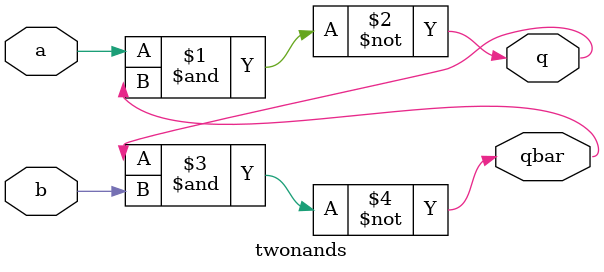
<source format=v>
module twonands (a,b,q,qbar);

input a,b;
output q,qbar;

nand G1 (q,a,qbar);
nand G2  (qbar,q,b);

endmodule
</source>
